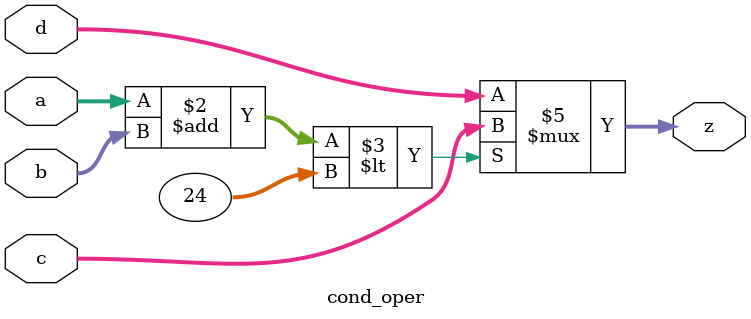
<source format=v>
module cond_oper(a,b,c,d,z);
parameter N = 8;
output [N-1:0]z;
input [N-1:0]a,b,c,d;
reg [N-1:0]z;
always@(a or b or c or d)
begin
  if(a+b<24)
z <=c;
else 
  z<=d;
  end
  
endmodule



</source>
